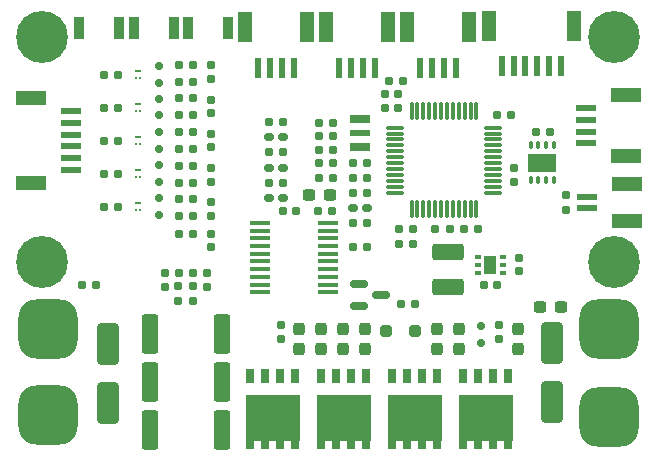
<source format=gbr>
%TF.GenerationSoftware,KiCad,Pcbnew,8.0.3-8.0.3-0~ubuntu24.04.1*%
%TF.CreationDate,2024-07-11T14:27:15+08:00*%
%TF.ProjectId,CawBMS,43617742-4d53-42e6-9b69-6361645f7063,rev?*%
%TF.SameCoordinates,Original*%
%TF.FileFunction,Soldermask,Top*%
%TF.FilePolarity,Negative*%
%FSLAX46Y46*%
G04 Gerber Fmt 4.6, Leading zero omitted, Abs format (unit mm)*
G04 Created by KiCad (PCBNEW 8.0.3-8.0.3-0~ubuntu24.04.1) date 2024-07-11 14:27:15*
%MOMM*%
%LPD*%
G01*
G04 APERTURE LIST*
G04 Aperture macros list*
%AMRoundRect*
0 Rectangle with rounded corners*
0 $1 Rounding radius*
0 $2 $3 $4 $5 $6 $7 $8 $9 X,Y pos of 4 corners*
0 Add a 4 corners polygon primitive as box body*
4,1,4,$2,$3,$4,$5,$6,$7,$8,$9,$2,$3,0*
0 Add four circle primitives for the rounded corners*
1,1,$1+$1,$2,$3*
1,1,$1+$1,$4,$5*
1,1,$1+$1,$6,$7*
1,1,$1+$1,$8,$9*
0 Add four rect primitives between the rounded corners*
20,1,$1+$1,$2,$3,$4,$5,0*
20,1,$1+$1,$4,$5,$6,$7,0*
20,1,$1+$1,$6,$7,$8,$9,0*
20,1,$1+$1,$8,$9,$2,$3,0*%
G04 Aperture macros list end*
%ADD10C,0.700000*%
%ADD11C,4.400000*%
%ADD12R,0.749000X1.300000*%
%ADD13R,4.560000X4.000000*%
%ADD14RoundRect,0.150000X0.200000X-0.150000X0.200000X0.150000X-0.200000X0.150000X-0.200000X-0.150000X0*%
%ADD15RoundRect,0.155000X-0.212500X-0.155000X0.212500X-0.155000X0.212500X0.155000X-0.212500X0.155000X0*%
%ADD16RoundRect,0.160000X-0.197500X-0.160000X0.197500X-0.160000X0.197500X0.160000X-0.197500X0.160000X0*%
%ADD17RoundRect,0.249999X-0.450001X-1.425001X0.450001X-1.425001X0.450001X1.425001X-0.450001X1.425001X0*%
%ADD18R,0.500000X1.700000*%
%ADD19R,1.200000X2.500000*%
%ADD20RoundRect,0.155000X-0.155000X0.212500X-0.155000X-0.212500X0.155000X-0.212500X0.155000X0.212500X0*%
%ADD21RoundRect,0.050800X0.400000X0.850000X-0.400000X0.850000X-0.400000X-0.850000X0.400000X-0.850000X0*%
%ADD22RoundRect,0.250000X-0.650000X1.500000X-0.650000X-1.500000X0.650000X-1.500000X0.650000X1.500000X0*%
%ADD23RoundRect,0.237500X-0.237500X0.300000X-0.237500X-0.300000X0.237500X-0.300000X0.237500X0.300000X0*%
%ADD24RoundRect,0.160000X0.160000X-0.197500X0.160000X0.197500X-0.160000X0.197500X-0.160000X-0.197500X0*%
%ADD25RoundRect,0.250001X1.074999X-0.462499X1.074999X0.462499X-1.074999X0.462499X-1.074999X-0.462499X0*%
%ADD26RoundRect,0.160000X-0.222500X-0.160000X0.222500X-0.160000X0.222500X0.160000X-0.222500X0.160000X0*%
%ADD27RoundRect,0.250000X0.250000X0.250000X-0.250000X0.250000X-0.250000X-0.250000X0.250000X-0.250000X0*%
%ADD28RoundRect,0.155000X0.212500X0.155000X-0.212500X0.155000X-0.212500X-0.155000X0.212500X-0.155000X0*%
%ADD29RoundRect,0.237500X-0.300000X-0.237500X0.300000X-0.237500X0.300000X0.237500X-0.300000X0.237500X0*%
%ADD30R,0.150000X0.250000*%
%ADD31R,0.500000X0.250000*%
%ADD32RoundRect,0.160000X0.197500X0.160000X-0.197500X0.160000X-0.197500X-0.160000X0.197500X-0.160000X0*%
%ADD33RoundRect,0.237500X0.237500X-0.300000X0.237500X0.300000X-0.237500X0.300000X-0.237500X-0.300000X0*%
%ADD34RoundRect,0.050800X-0.400000X-0.850000X0.400000X-0.850000X0.400000X0.850000X-0.400000X0.850000X0*%
%ADD35RoundRect,1.500000X-1.000000X-1.000000X1.000000X-1.000000X1.000000X1.000000X-1.000000X1.000000X0*%
%ADD36RoundRect,0.250000X0.650000X-1.500000X0.650000X1.500000X-0.650000X1.500000X-0.650000X-1.500000X0*%
%ADD37R,1.700000X0.500000*%
%ADD38R,2.500000X1.200000*%
%ADD39O,0.350000X0.840000*%
%ADD40R,2.400000X1.650000*%
%ADD41RoundRect,0.237500X-0.237500X0.287500X-0.237500X-0.287500X0.237500X-0.287500X0.237500X0.287500X0*%
%ADD42RoundRect,0.155000X0.155000X-0.212500X0.155000X0.212500X-0.155000X0.212500X-0.155000X-0.212500X0*%
%ADD43O,0.607000X0.364000*%
%ADD44R,1.000000X1.600000*%
%ADD45RoundRect,0.075000X-0.662500X-0.075000X0.662500X-0.075000X0.662500X0.075000X-0.662500X0.075000X0*%
%ADD46RoundRect,0.075000X-0.075000X-0.662500X0.075000X-0.662500X0.075000X0.662500X-0.075000X0.662500X0*%
%ADD47R,1.700000X0.650000*%
%ADD48O,1.742000X0.364000*%
%ADD49RoundRect,0.150000X-0.587500X-0.150000X0.587500X-0.150000X0.587500X0.150000X-0.587500X0.150000X0*%
%ADD50RoundRect,0.237500X0.300000X0.237500X-0.300000X0.237500X-0.300000X-0.237500X0.300000X-0.237500X0*%
G04 APERTURE END LIST*
D10*
%TO.C,H4*%
X159350000Y-113500000D03*
X159833274Y-112333274D03*
X159833274Y-114666726D03*
X161000000Y-111850000D03*
D11*
X161000000Y-113500000D03*
D10*
X161000000Y-115150000D03*
X162166726Y-112333274D03*
X162166726Y-114666726D03*
X162650000Y-113500000D03*
%TD*%
D12*
%TO.C,Q6*%
X133985000Y-123165000D03*
X132715000Y-123165000D03*
X131445000Y-123165000D03*
X130175000Y-123165000D03*
X130175000Y-128803000D03*
X131445000Y-128803000D03*
X132715000Y-128803000D03*
X133985000Y-128778000D03*
D13*
X132080000Y-126721000D03*
%TD*%
D14*
%TO.C,D12*%
X149663176Y-118986000D03*
X149663176Y-120386000D03*
%TD*%
D15*
%TO.C,C3*%
X151070500Y-101092000D03*
X152205500Y-101092000D03*
%TD*%
D16*
%TO.C,R21*%
X124087000Y-102538444D03*
X125282000Y-102538444D03*
%TD*%
D17*
%TO.C,R34*%
X121662000Y-127762000D03*
X127762000Y-127762000D03*
%TD*%
D18*
%TO.C,CN1*%
X133834000Y-97077000D03*
X132834000Y-97077000D03*
X131834000Y-97077000D03*
X130834000Y-97077000D03*
D19*
X134934000Y-93677000D03*
X129734000Y-93677000D03*
%TD*%
D10*
%TO.C,H2*%
X159350000Y-94500000D03*
X159833274Y-93333274D03*
X159833274Y-95666726D03*
X161000000Y-92850000D03*
D11*
X161000000Y-94500000D03*
D10*
X161000000Y-96150000D03*
X162166726Y-93333274D03*
X162166726Y-95666726D03*
X162650000Y-94500000D03*
%TD*%
D16*
%TO.C,R27*%
X124087000Y-111125000D03*
X125282000Y-111125000D03*
%TD*%
D20*
%TO.C,C10*%
X126873000Y-99782000D03*
X126873000Y-100917000D03*
%TD*%
D12*
%TO.C,Q8*%
X146007666Y-123165000D03*
X144737666Y-123165000D03*
X143467666Y-123165000D03*
X142197666Y-123165000D03*
X142197666Y-128803000D03*
X143467666Y-128803000D03*
X144737666Y-128803000D03*
X146007666Y-128778000D03*
D13*
X144102666Y-126721000D03*
%TD*%
D16*
%TO.C,R24*%
X124087000Y-106813777D03*
X125282000Y-106813777D03*
%TD*%
D21*
%TO.C,SW1*%
X123683500Y-93726000D03*
X120283500Y-93726000D03*
%TD*%
D10*
%TO.C,H1*%
X110850000Y-94500000D03*
X111333274Y-93333274D03*
X111333274Y-95666726D03*
X112500000Y-92850000D03*
D11*
X112500000Y-94500000D03*
D10*
X112500000Y-96150000D03*
X113666726Y-93333274D03*
X113666726Y-95666726D03*
X114150000Y-94500000D03*
%TD*%
D22*
%TO.C,D9*%
X118110000Y-120436000D03*
X118110000Y-125436000D03*
%TD*%
D23*
%TO.C,C26*%
X139888088Y-119178500D03*
X139888088Y-120903500D03*
%TD*%
D16*
%TO.C,R37*%
X115902500Y-115443000D03*
X117097500Y-115443000D03*
%TD*%
D24*
%TO.C,R40*%
X151229448Y-120088500D03*
X151229448Y-118893500D03*
%TD*%
D14*
%TO.C,D4*%
X122398500Y-96963000D03*
X122398500Y-98363000D03*
%TD*%
D16*
%TO.C,R16*%
X117766500Y-108839000D03*
X118961500Y-108839000D03*
%TD*%
D20*
%TO.C,C23*%
X126492000Y-114494500D03*
X126492000Y-115629500D03*
%TD*%
D25*
%TO.C,L2*%
X146939000Y-115660500D03*
X146939000Y-112685500D03*
%TD*%
D14*
%TO.C,D8*%
X122398500Y-108139000D03*
X122398500Y-109539000D03*
%TD*%
D26*
%TO.C,L1*%
X138881500Y-108966000D03*
X140026500Y-108966000D03*
%TD*%
D27*
%TO.C,D11*%
X144125000Y-119380000D03*
X141625000Y-119380000D03*
%TD*%
D28*
%TO.C,C18*%
X140013500Y-112268000D03*
X138878500Y-112268000D03*
%TD*%
D29*
%TO.C,C28*%
X154712500Y-117348000D03*
X156437500Y-117348000D03*
%TD*%
D16*
%TO.C,R12*%
X117766500Y-97663000D03*
X118961500Y-97663000D03*
%TD*%
%TO.C,R25*%
X124087000Y-108238888D03*
X125282000Y-108238888D03*
%TD*%
D30*
%TO.C,Q1*%
X120445500Y-97988000D03*
X120795500Y-97988000D03*
D31*
X120620500Y-97338000D03*
%TD*%
D16*
%TO.C,R38*%
X135965000Y-101727000D03*
X137160000Y-101727000D03*
%TD*%
D20*
%TO.C,C12*%
X126873000Y-105585000D03*
X126873000Y-106720000D03*
%TD*%
D18*
%TO.C,CN2*%
X140692000Y-97077000D03*
X139692000Y-97077000D03*
X138692000Y-97077000D03*
X137692000Y-97077000D03*
D19*
X141792000Y-93677000D03*
X136592000Y-93677000D03*
%TD*%
D28*
%TO.C,C6*%
X140021500Y-107696000D03*
X138886500Y-107696000D03*
%TD*%
D32*
%TO.C,R28*%
X137160000Y-106426000D03*
X135965000Y-106426000D03*
%TD*%
%TO.C,R5*%
X143980500Y-112014000D03*
X142785500Y-112014000D03*
%TD*%
D33*
%TO.C,C27*%
X152825720Y-120903500D03*
X152825720Y-119178500D03*
%TD*%
D12*
%TO.C,Q9*%
X152019000Y-123165000D03*
X150749000Y-123165000D03*
X149479000Y-123165000D03*
X148209000Y-123165000D03*
X148209000Y-128803000D03*
X149479000Y-128803000D03*
X150749000Y-128803000D03*
X152019000Y-128778000D03*
D13*
X150114000Y-126721000D03*
%TD*%
D30*
%TO.C,Q2*%
X120445500Y-100782000D03*
X120795500Y-100782000D03*
D31*
X120620500Y-100132000D03*
%TD*%
D15*
%TO.C,C5*%
X154372500Y-102489000D03*
X155507500Y-102489000D03*
%TD*%
D34*
%TO.C,SW2*%
X124919000Y-93726000D03*
X128319000Y-93726000D03*
%TD*%
D16*
%TO.C,R20*%
X124087000Y-101113333D03*
X125282000Y-101113333D03*
%TD*%
D35*
%TO.C,H7*%
X160528000Y-126627000D03*
%TD*%
D36*
%TO.C,D10*%
X155702000Y-125391000D03*
X155702000Y-120391000D03*
%TD*%
D18*
%TO.C,CN3*%
X156456000Y-96950000D03*
X155456000Y-96950000D03*
X154456000Y-96950000D03*
X153456000Y-96950000D03*
X152456000Y-96950000D03*
X151456000Y-96950000D03*
D19*
X150356000Y-93550000D03*
X157556000Y-93550000D03*
%TD*%
D30*
%TO.C,Q5*%
X120445500Y-109164000D03*
X120795500Y-109164000D03*
D31*
X120620500Y-108514000D03*
%TD*%
D20*
%TO.C,C11*%
X126873000Y-102683500D03*
X126873000Y-103818500D03*
%TD*%
D14*
%TO.C,D7*%
X122398500Y-105333750D03*
X122398500Y-106733750D03*
%TD*%
D30*
%TO.C,Q3*%
X120445500Y-103576000D03*
X120795500Y-103576000D03*
D31*
X120620500Y-102926000D03*
%TD*%
D32*
%TO.C,R39*%
X144107500Y-117094000D03*
X142912500Y-117094000D03*
%TD*%
D37*
%TO.C,U5*%
X158701000Y-109000000D03*
X158701000Y-108000000D03*
D38*
X162101000Y-106900000D03*
X162101000Y-110100000D03*
%TD*%
D39*
%TO.C,U2*%
X155859000Y-103632000D03*
X155209000Y-103632000D03*
X154559000Y-103632000D03*
X153909000Y-103632000D03*
X153909000Y-106622000D03*
X154559000Y-106622000D03*
X155209000Y-106622000D03*
X155859000Y-106622000D03*
D40*
X154884000Y-105127000D03*
%TD*%
D26*
%TO.C,D2*%
X131761500Y-105533800D03*
X132906500Y-105533800D03*
%TD*%
D32*
%TO.C,R29*%
X137160000Y-105156000D03*
X135965000Y-105156000D03*
%TD*%
D14*
%TO.C,D5*%
X122398500Y-99723250D03*
X122398500Y-101123250D03*
%TD*%
D24*
%TO.C,R35*%
X125349000Y-116802500D03*
X125349000Y-115607500D03*
%TD*%
D28*
%TO.C,C2*%
X149411500Y-110744000D03*
X148276500Y-110744000D03*
%TD*%
D30*
%TO.C,Q4*%
X120445500Y-106370000D03*
X120795500Y-106370000D03*
D31*
X120620500Y-105720000D03*
%TD*%
D24*
%TO.C,R6*%
X156920000Y-109097500D03*
X156920000Y-107902500D03*
%TD*%
D16*
%TO.C,R19*%
X124087000Y-99688222D03*
X125282000Y-99688222D03*
%TD*%
D41*
%TO.C,L3*%
X136175544Y-119166000D03*
X136175544Y-120916000D03*
%TD*%
D33*
%TO.C,C25*%
X138031816Y-120903500D03*
X138031816Y-119178500D03*
%TD*%
D41*
%TO.C,L4*%
X134319272Y-119166000D03*
X134319272Y-120916000D03*
%TD*%
D28*
%TO.C,C1*%
X142688500Y-100465000D03*
X141553500Y-100465000D03*
%TD*%
D16*
%TO.C,R22*%
X124087000Y-103963555D03*
X125282000Y-103963555D03*
%TD*%
D42*
%TO.C,C7*%
X152527000Y-106739500D03*
X152527000Y-105604500D03*
%TD*%
D20*
%TO.C,C9*%
X126873000Y-96880500D03*
X126873000Y-98015500D03*
%TD*%
D37*
%TO.C,CN5*%
X158574000Y-103489000D03*
X158574000Y-102489000D03*
X158574000Y-101489000D03*
X158574000Y-100489000D03*
D38*
X161974000Y-104589000D03*
X161974000Y-99389000D03*
%TD*%
D28*
%TO.C,C4*%
X142688500Y-99322000D03*
X141553500Y-99322000D03*
%TD*%
D15*
%TO.C,C22*%
X124154500Y-114435000D03*
X125289500Y-114435000D03*
%TD*%
D24*
%TO.C,R31*%
X124079000Y-116802500D03*
X124079000Y-115607500D03*
%TD*%
D16*
%TO.C,R15*%
X117766500Y-106045000D03*
X118961500Y-106045000D03*
%TD*%
D17*
%TO.C,R33*%
X121662000Y-123698000D03*
X127762000Y-123698000D03*
%TD*%
D26*
%TO.C,D3*%
X131761500Y-108077000D03*
X132906500Y-108077000D03*
%TD*%
D16*
%TO.C,R9*%
X131736500Y-104262200D03*
X132931500Y-104262200D03*
%TD*%
D42*
%TO.C,C21*%
X122936000Y-115629500D03*
X122936000Y-114494500D03*
%TD*%
D43*
%TO.C,U3*%
X151523000Y-114442000D03*
X151523000Y-113792000D03*
X151523000Y-113142000D03*
X149467000Y-113142000D03*
X149467000Y-113792000D03*
X149467000Y-114442000D03*
D44*
X150495000Y-113792000D03*
%TD*%
D35*
%TO.C,H8*%
X160528000Y-119181000D03*
%TD*%
D16*
%TO.C,R2*%
X141896500Y-98179000D03*
X143091500Y-98179000D03*
%TD*%
D45*
%TO.C,U1*%
X142403500Y-102160000D03*
X142403500Y-102660000D03*
X142403500Y-103160000D03*
X142403500Y-103660000D03*
X142403500Y-104160000D03*
X142403500Y-104660000D03*
X142403500Y-105160000D03*
X142403500Y-105660000D03*
X142403500Y-106160000D03*
X142403500Y-106660000D03*
X142403500Y-107160000D03*
X142403500Y-107660000D03*
D46*
X143816000Y-109072500D03*
X144316000Y-109072500D03*
X144816000Y-109072500D03*
X145316000Y-109072500D03*
X145816000Y-109072500D03*
X146316000Y-109072500D03*
X146816000Y-109072500D03*
X147316000Y-109072500D03*
X147816000Y-109072500D03*
X148316000Y-109072500D03*
X148816000Y-109072500D03*
X149316000Y-109072500D03*
D45*
X150728500Y-107660000D03*
X150728500Y-107160000D03*
X150728500Y-106660000D03*
X150728500Y-106160000D03*
X150728500Y-105660000D03*
X150728500Y-105160000D03*
X150728500Y-104660000D03*
X150728500Y-104160000D03*
X150728500Y-103660000D03*
X150728500Y-103160000D03*
X150728500Y-102660000D03*
X150728500Y-102160000D03*
D46*
X149316000Y-100747500D03*
X148816000Y-100747500D03*
X148316000Y-100747500D03*
X147816000Y-100747500D03*
X147316000Y-100747500D03*
X146816000Y-100747500D03*
X146316000Y-100747500D03*
X145816000Y-100747500D03*
X145316000Y-100747500D03*
X144816000Y-100747500D03*
X144316000Y-100747500D03*
X143816000Y-100747500D03*
%TD*%
D35*
%TO.C,H6*%
X113030000Y-119173000D03*
%TD*%
D47*
%TO.C,X1*%
X139454000Y-101424000D03*
D37*
X139454000Y-102624000D03*
D47*
X139454000Y-103824000D03*
%TD*%
D26*
%TO.C,D1*%
X131761500Y-102990600D03*
X132906500Y-102990600D03*
%TD*%
D16*
%TO.C,R30*%
X135927500Y-109220000D03*
X137122500Y-109220000D03*
%TD*%
%TO.C,R26*%
X124087000Y-109664000D03*
X125282000Y-109664000D03*
%TD*%
D48*
%TO.C,U4*%
X136737000Y-116090000D03*
X136737000Y-115440000D03*
X136737000Y-114790000D03*
X136737000Y-114140000D03*
X136737000Y-113490000D03*
X136737000Y-112840000D03*
X136737000Y-112190000D03*
X136737000Y-111540000D03*
X136737000Y-110890000D03*
X136737000Y-110240000D03*
X130995000Y-110240000D03*
X130995000Y-110890000D03*
X130995000Y-111540000D03*
X130995000Y-112190000D03*
X130995000Y-112840000D03*
X130995000Y-113490000D03*
X130995000Y-114140000D03*
X130995000Y-114790000D03*
X130995000Y-115440000D03*
X130995000Y-116090000D03*
%TD*%
D35*
%TO.C,H5*%
X113030000Y-126492000D03*
%TD*%
D17*
%TO.C,R32*%
X121662000Y-119634000D03*
X127762000Y-119634000D03*
%TD*%
D32*
%TO.C,R3*%
X140043500Y-106426000D03*
X138848500Y-106426000D03*
%TD*%
D10*
%TO.C,H3*%
X110850000Y-113500000D03*
X111333274Y-112333274D03*
X111333274Y-114666726D03*
X112500000Y-111850000D03*
D11*
X112500000Y-113500000D03*
D10*
X112500000Y-115150000D03*
X113666726Y-112333274D03*
X113666726Y-114666726D03*
X114150000Y-113500000D03*
%TD*%
D12*
%TO.C,Q7*%
X139996333Y-123165000D03*
X138726333Y-123165000D03*
X137456333Y-123165000D03*
X136186333Y-123165000D03*
X136186333Y-128803000D03*
X137456333Y-128803000D03*
X138726333Y-128803000D03*
X139996333Y-128778000D03*
D13*
X138091333Y-126721000D03*
%TD*%
D41*
%TO.C,L5*%
X145980632Y-119166000D03*
X145980632Y-120916000D03*
%TD*%
D16*
%TO.C,R17*%
X124087000Y-96838000D03*
X125282000Y-96838000D03*
%TD*%
D15*
%TO.C,C15*%
X138886500Y-110236000D03*
X140021500Y-110236000D03*
%TD*%
D24*
%TO.C,R36*%
X132723000Y-120088500D03*
X132723000Y-118893500D03*
%TD*%
D16*
%TO.C,R1*%
X145841500Y-110744000D03*
X147036500Y-110744000D03*
%TD*%
D18*
%TO.C,CN4*%
X147550000Y-97077000D03*
X146550000Y-97077000D03*
X145550000Y-97077000D03*
X144550000Y-97077000D03*
D19*
X148650000Y-93677000D03*
X143450000Y-93677000D03*
%TD*%
D49*
%TO.C,Q10*%
X139349000Y-115382000D03*
X139349000Y-117282000D03*
X141224000Y-116332000D03*
%TD*%
D16*
%TO.C,R8*%
X135965000Y-104013000D03*
X137160000Y-104013000D03*
%TD*%
D28*
%TO.C,C8*%
X140021500Y-105164000D03*
X138886500Y-105164000D03*
%TD*%
D20*
%TO.C,C14*%
X126873000Y-111167500D03*
X126873000Y-112302500D03*
%TD*%
D34*
%TO.C,SW3*%
X115648000Y-93726000D03*
X119048000Y-93726000D03*
%TD*%
D20*
%TO.C,C13*%
X126873000Y-108486500D03*
X126873000Y-109621500D03*
%TD*%
D28*
%TO.C,C17*%
X134044500Y-109220000D03*
X132909500Y-109220000D03*
%TD*%
%TO.C,C24*%
X137130000Y-102870000D03*
X135995000Y-102870000D03*
%TD*%
D14*
%TO.C,D6*%
X122398500Y-102528500D03*
X122398500Y-103928500D03*
%TD*%
D32*
%TO.C,R4*%
X143980500Y-110744000D03*
X142785500Y-110744000D03*
%TD*%
D41*
%TO.C,L6*%
X147836904Y-119166000D03*
X147836904Y-120916000D03*
%TD*%
D16*
%TO.C,R14*%
X117766500Y-103251000D03*
X118961500Y-103251000D03*
%TD*%
%TO.C,R10*%
X131736500Y-106805400D03*
X132931500Y-106805400D03*
%TD*%
%TO.C,R7*%
X131736500Y-101719000D03*
X132931500Y-101719000D03*
%TD*%
D20*
%TO.C,C20*%
X152908000Y-113177500D03*
X152908000Y-114312500D03*
%TD*%
D16*
%TO.C,R23*%
X124087000Y-105388666D03*
X125282000Y-105388666D03*
%TD*%
D50*
%TO.C,C19*%
X136879500Y-107823000D03*
X135154500Y-107823000D03*
%TD*%
D16*
%TO.C,R13*%
X117766500Y-100457000D03*
X118961500Y-100457000D03*
%TD*%
D37*
%TO.C,CN6*%
X114984000Y-100751000D03*
X114984000Y-101751000D03*
X114984000Y-102751000D03*
X114984000Y-103751000D03*
X114984000Y-104751000D03*
X114984000Y-105751000D03*
D38*
X111584000Y-106851000D03*
X111584000Y-99651000D03*
%TD*%
D16*
%TO.C,R18*%
X124087000Y-98263111D03*
X125282000Y-98263111D03*
%TD*%
D15*
%TO.C,C16*%
X149927500Y-115443000D03*
X151062500Y-115443000D03*
%TD*%
M02*

</source>
